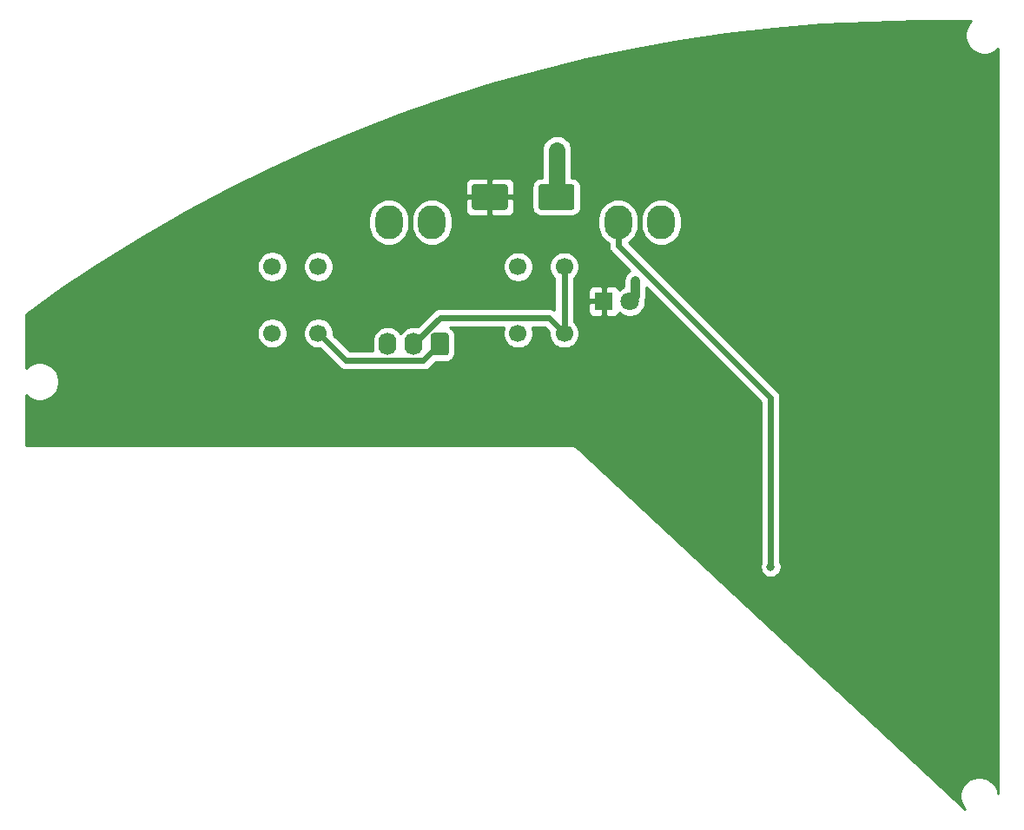
<source format=gbr>
%TF.GenerationSoftware,KiCad,Pcbnew,(5.1.12-1-10_14)*%
%TF.CreationDate,2021-11-28T14:02:16+11:00*%
%TF.ProjectId,ewi_v3,6577695f-7633-42e6-9b69-6361645f7063,rev?*%
%TF.SameCoordinates,Original*%
%TF.FileFunction,Copper,L2,Bot*%
%TF.FilePolarity,Positive*%
%FSLAX46Y46*%
G04 Gerber Fmt 4.6, Leading zero omitted, Abs format (unit mm)*
G04 Created by KiCad (PCBNEW (5.1.12-1-10_14)) date 2021-11-28 14:02:16*
%MOMM*%
%LPD*%
G01*
G04 APERTURE LIST*
%TA.AperFunction,ComponentPad*%
%ADD10C,1.700000*%
%TD*%
%TA.AperFunction,ComponentPad*%
%ADD11O,1.740000X2.190000*%
%TD*%
%TA.AperFunction,ComponentPad*%
%ADD12O,2.700000X3.300000*%
%TD*%
%TA.AperFunction,ComponentPad*%
%ADD13C,1.800000*%
%TD*%
%TA.AperFunction,ComponentPad*%
%ADD14R,1.800000X1.800000*%
%TD*%
%TA.AperFunction,ViaPad*%
%ADD15C,0.800000*%
%TD*%
%TA.AperFunction,Conductor*%
%ADD16C,1.625600*%
%TD*%
%TA.AperFunction,Conductor*%
%ADD17C,0.914400*%
%TD*%
%TA.AperFunction,Conductor*%
%ADD18C,0.609600*%
%TD*%
%TA.AperFunction,Conductor*%
%ADD19C,0.254000*%
%TD*%
%TA.AperFunction,Conductor*%
%ADD20C,0.100000*%
%TD*%
G04 APERTURE END LIST*
D10*
%TO.P,SW2,1*%
%TO.N,/MC_SW*%
X154749499Y-83492597D03*
%TO.P,SW2,2*%
X154749499Y-89992597D03*
%TO.P,SW2,3*%
%TO.N,GND*%
X150249499Y-83492597D03*
%TO.P,SW2,4*%
X150249499Y-89992597D03*
%TD*%
%TO.P,SW1,1*%
%TO.N,/FIRE_SW*%
X130784599Y-83479897D03*
%TO.P,SW1,2*%
X130784599Y-89979897D03*
%TO.P,SW1,3*%
%TO.N,GND*%
X126284599Y-83479897D03*
%TO.P,SW1,4*%
X126284599Y-89979897D03*
%TD*%
D11*
%TO.P,J3,3*%
%TO.N,GND*%
X137540999Y-91049097D03*
%TO.P,J3,2*%
%TO.N,/MC_SW*%
X140080999Y-91049097D03*
%TO.P,J3,1*%
%TO.N,/FIRE_SW*%
%TA.AperFunction,ComponentPad*%
G36*
G01*
X143490999Y-90204096D02*
X143490999Y-91894098D01*
G75*
G02*
X143241000Y-92144097I-249999J0D01*
G01*
X142000998Y-92144097D01*
G75*
G02*
X141750999Y-91894098I0J249999D01*
G01*
X141750999Y-90204096D01*
G75*
G02*
X142000998Y-89954097I249999J0D01*
G01*
X143241000Y-89954097D01*
G75*
G02*
X143490999Y-90204096I0J-249999D01*
G01*
G37*
%TD.AperFunction*%
%TD*%
D12*
%TO.P,J2,4*%
%TO.N,/DOUT*%
X160010999Y-79150097D03*
%TO.P,J2,3*%
%TO.N,GND*%
X164210999Y-79150097D03*
%TO.P,J2,2*%
%TO.N,+5V*%
X160010999Y-73650097D03*
%TO.P,J2,1*%
%TA.AperFunction,ComponentPad*%
G36*
G01*
X165560999Y-72250098D02*
X165560999Y-75050096D01*
G75*
G02*
X165310998Y-75300097I-250001J0D01*
G01*
X163111000Y-75300097D01*
G75*
G02*
X162860999Y-75050096I0J250001D01*
G01*
X162860999Y-72250098D01*
G75*
G02*
X163111000Y-72000097I250001J0D01*
G01*
X165310998Y-72000097D01*
G75*
G02*
X165560999Y-72250098I0J-250001D01*
G01*
G37*
%TD.AperFunction*%
%TD*%
%TO.P,J1,4*%
%TO.N,/DIN*%
X137658999Y-79150097D03*
%TO.P,J1,3*%
%TO.N,GND*%
X141858999Y-79150097D03*
%TO.P,J1,2*%
%TO.N,+5V*%
X137658999Y-73650097D03*
%TO.P,J1,1*%
%TA.AperFunction,ComponentPad*%
G36*
G01*
X143208999Y-72250098D02*
X143208999Y-75050096D01*
G75*
G02*
X142958998Y-75300097I-250001J0D01*
G01*
X140759000Y-75300097D01*
G75*
G02*
X140508999Y-75050096I0J250001D01*
G01*
X140508999Y-72250098D01*
G75*
G02*
X140759000Y-72000097I250001J0D01*
G01*
X142958998Y-72000097D01*
G75*
G02*
X143208999Y-72250098I0J-250001D01*
G01*
G37*
%TD.AperFunction*%
%TD*%
D13*
%TO.P,D1,2*%
%TO.N,Net-(D1-Pad2)*%
X161162999Y-86858097D03*
D14*
%TO.P,D1,1*%
%TO.N,+5V*%
X158622999Y-86858097D03*
%TD*%
%TO.P,C1,2*%
%TO.N,GND*%
%TA.AperFunction,SMDPad,CuDef*%
G36*
G01*
X152248999Y-77698097D02*
X152248999Y-75698097D01*
G75*
G02*
X152498999Y-75448097I250000J0D01*
G01*
X155498999Y-75448097D01*
G75*
G02*
X155748999Y-75698097I0J-250000D01*
G01*
X155748999Y-77698097D01*
G75*
G02*
X155498999Y-77948097I-250000J0D01*
G01*
X152498999Y-77948097D01*
G75*
G02*
X152248999Y-77698097I0J250000D01*
G01*
G37*
%TD.AperFunction*%
%TO.P,C1,1*%
%TO.N,+5V*%
%TA.AperFunction,SMDPad,CuDef*%
G36*
G01*
X145748999Y-77698097D02*
X145748999Y-75698097D01*
G75*
G02*
X145998999Y-75448097I250000J0D01*
G01*
X148998999Y-75448097D01*
G75*
G02*
X149248999Y-75698097I0J-250000D01*
G01*
X149248999Y-77698097D01*
G75*
G02*
X148998999Y-77948097I-250000J0D01*
G01*
X145998999Y-77948097D01*
G75*
G02*
X145748999Y-77698097I0J250000D01*
G01*
G37*
%TD.AperFunction*%
%TD*%
D15*
%TO.N,GND*%
X154050999Y-72126097D03*
X153998999Y-74210097D03*
X153998999Y-73194097D03*
%TO.N,+5V*%
X135635999Y-83810097D03*
X131571999Y-93335097D03*
X122173999Y-88001097D03*
X122300999Y-80381097D03*
X145795999Y-82159097D03*
X144716499Y-86794597D03*
X159511999Y-91493597D03*
X167258999Y-93208097D03*
X176148999Y-93208097D03*
X185038999Y-93208097D03*
X192658999Y-93208097D03*
X195198999Y-97018097D03*
X187578999Y-98288097D03*
X179958999Y-98288097D03*
X171068999Y-98288097D03*
X169163999Y-111623097D03*
X172973999Y-110353097D03*
X184403999Y-110988097D03*
X192658999Y-111623097D03*
X195198999Y-116068097D03*
X188213999Y-116068097D03*
X194690999Y-78984097D03*
X188340999Y-80000097D03*
X179450999Y-80254097D03*
X171068999Y-80254097D03*
X169544999Y-76952097D03*
X175640999Y-75682097D03*
X184276999Y-75428097D03*
X192912999Y-75428097D03*
%TO.N,Net-(D1-Pad2)*%
X161670999Y-84826097D03*
%TO.N,/DOUT*%
X174878999Y-112766085D03*
%TD*%
D16*
%TO.N,GND*%
X153998999Y-74210097D02*
X153998999Y-73194097D01*
X153998999Y-73194097D02*
X153998999Y-72178097D01*
X153998999Y-76698097D02*
X153998999Y-74210097D01*
X153998999Y-72178097D02*
X154050999Y-72126097D01*
D17*
%TO.N,Net-(D1-Pad2)*%
X161670999Y-86350097D02*
X161162999Y-86858097D01*
X161670999Y-84826097D02*
X161670999Y-86350097D01*
D18*
%TO.N,/DOUT*%
X160010999Y-79150097D02*
X160010999Y-81409697D01*
X160010999Y-81409697D02*
X174878999Y-96277697D01*
X174878999Y-96277697D02*
X174878999Y-112766085D01*
%TO.N,/MC_SW*%
X153248448Y-88483348D02*
X154753249Y-89988149D01*
X142646748Y-88483348D02*
X153248448Y-88483348D01*
X140080999Y-91049097D02*
X142646748Y-88483348D01*
X154749499Y-83492597D02*
X154749499Y-89992597D01*
%TO.N,/FIRE_SW*%
X141021189Y-92648907D02*
X133454007Y-92648907D01*
X133454007Y-92648907D02*
X130793249Y-89988149D01*
X142620999Y-91049097D02*
X141021189Y-92648907D01*
%TD*%
D19*
%TO.N,+5V*%
X194242824Y-59726633D02*
X194036533Y-60035369D01*
X193894438Y-60378417D01*
X193821999Y-60742595D01*
X193821999Y-61113907D01*
X193894438Y-61478085D01*
X194036533Y-61821133D01*
X194242824Y-62129869D01*
X194505381Y-62392426D01*
X194814117Y-62598717D01*
X195157165Y-62740812D01*
X195521343Y-62813251D01*
X195892655Y-62813251D01*
X196256833Y-62740812D01*
X196599881Y-62598717D01*
X196908617Y-62392426D01*
X197079000Y-62222043D01*
X197078999Y-134907304D01*
X197011560Y-134568263D01*
X196869465Y-134225215D01*
X196663174Y-133916479D01*
X196400617Y-133653922D01*
X196091881Y-133447631D01*
X195748833Y-133305536D01*
X195384655Y-133233097D01*
X195013343Y-133233097D01*
X194649165Y-133305536D01*
X194306117Y-133447631D01*
X193997381Y-133653922D01*
X193734824Y-133916479D01*
X193528533Y-134225215D01*
X193386438Y-134568263D01*
X193313999Y-134932441D01*
X193313999Y-135303753D01*
X193386438Y-135667931D01*
X193528533Y-136010979D01*
X193734824Y-136319715D01*
X193786856Y-136371747D01*
X156038633Y-101147390D01*
X156025225Y-101131052D01*
X155991202Y-101103130D01*
X155982854Y-101095340D01*
X155966172Y-101082588D01*
X155924727Y-101048575D01*
X155914581Y-101043152D01*
X155905446Y-101036169D01*
X155857346Y-101012559D01*
X155810070Y-100987290D01*
X155799060Y-100983950D01*
X155788739Y-100978884D01*
X155736965Y-100965113D01*
X155685660Y-100949550D01*
X155674210Y-100948422D01*
X155663099Y-100945467D01*
X155609629Y-100942062D01*
X155588696Y-100940000D01*
X155577257Y-100940000D01*
X155533354Y-100937204D01*
X155512416Y-100940000D01*
X102260000Y-100940000D01*
X102260000Y-95993404D01*
X102430382Y-96163786D01*
X102739118Y-96370077D01*
X103082166Y-96512172D01*
X103446344Y-96584611D01*
X103817656Y-96584611D01*
X104181834Y-96512172D01*
X104524882Y-96370077D01*
X104833618Y-96163786D01*
X105096175Y-95901229D01*
X105302466Y-95592493D01*
X105444561Y-95249445D01*
X105517000Y-94885267D01*
X105517000Y-94513955D01*
X105444561Y-94149777D01*
X105302466Y-93806729D01*
X105096175Y-93497993D01*
X104833618Y-93235436D01*
X104524882Y-93029145D01*
X104181834Y-92887050D01*
X103817656Y-92814611D01*
X103446344Y-92814611D01*
X103082166Y-92887050D01*
X102739118Y-93029145D01*
X102430382Y-93235436D01*
X102260000Y-93405818D01*
X102260000Y-89833637D01*
X124799599Y-89833637D01*
X124799599Y-90126157D01*
X124856667Y-90413055D01*
X124968609Y-90683308D01*
X125131124Y-90926529D01*
X125337967Y-91133372D01*
X125581188Y-91295887D01*
X125851441Y-91407829D01*
X126138339Y-91464897D01*
X126430859Y-91464897D01*
X126717757Y-91407829D01*
X126988010Y-91295887D01*
X127231231Y-91133372D01*
X127438074Y-90926529D01*
X127600589Y-90683308D01*
X127712531Y-90413055D01*
X127769599Y-90126157D01*
X127769599Y-89833637D01*
X129299599Y-89833637D01*
X129299599Y-90126157D01*
X129356667Y-90413055D01*
X129468609Y-90683308D01*
X129631124Y-90926529D01*
X129837967Y-91133372D01*
X130081188Y-91295887D01*
X130351441Y-91407829D01*
X130638339Y-91464897D01*
X130930859Y-91464897D01*
X130939251Y-91463228D01*
X132756820Y-93280797D01*
X132786253Y-93316661D01*
X132869201Y-93384735D01*
X132929355Y-93434103D01*
X133016622Y-93480748D01*
X133092621Y-93521370D01*
X133269774Y-93575109D01*
X133407840Y-93588707D01*
X133407849Y-93588707D01*
X133454006Y-93593253D01*
X133500163Y-93588707D01*
X140975032Y-93588707D01*
X141021189Y-93593253D01*
X141067346Y-93588707D01*
X141067356Y-93588707D01*
X141205422Y-93575109D01*
X141382575Y-93521370D01*
X141545840Y-93434103D01*
X141688943Y-93316661D01*
X141718380Y-93280792D01*
X142217003Y-92782169D01*
X143241000Y-92782169D01*
X143414254Y-92765105D01*
X143580850Y-92714569D01*
X143734386Y-92632502D01*
X143868961Y-92522059D01*
X143979404Y-92387484D01*
X144061471Y-92233948D01*
X144112007Y-92067352D01*
X144129071Y-91894098D01*
X144129071Y-90204096D01*
X144112007Y-90030842D01*
X144061471Y-89864246D01*
X143979404Y-89710710D01*
X143868961Y-89576135D01*
X143734386Y-89465692D01*
X143654792Y-89423148D01*
X148878020Y-89423148D01*
X148821567Y-89559439D01*
X148764499Y-89846337D01*
X148764499Y-90138857D01*
X148821567Y-90425755D01*
X148933509Y-90696008D01*
X149096024Y-90939229D01*
X149302867Y-91146072D01*
X149546088Y-91308587D01*
X149816341Y-91420529D01*
X150103239Y-91477597D01*
X150395759Y-91477597D01*
X150682657Y-91420529D01*
X150952910Y-91308587D01*
X151196131Y-91146072D01*
X151402974Y-90939229D01*
X151565489Y-90696008D01*
X151677431Y-90425755D01*
X151734499Y-90138857D01*
X151734499Y-89846337D01*
X151677431Y-89559439D01*
X151620978Y-89423148D01*
X152859172Y-89423148D01*
X153267462Y-89831439D01*
X153264499Y-89846337D01*
X153264499Y-90138857D01*
X153321567Y-90425755D01*
X153433509Y-90696008D01*
X153596024Y-90939229D01*
X153802867Y-91146072D01*
X154046088Y-91308587D01*
X154316341Y-91420529D01*
X154603239Y-91477597D01*
X154895759Y-91477597D01*
X155182657Y-91420529D01*
X155452910Y-91308587D01*
X155696131Y-91146072D01*
X155902974Y-90939229D01*
X156065489Y-90696008D01*
X156177431Y-90425755D01*
X156234499Y-90138857D01*
X156234499Y-89846337D01*
X156177431Y-89559439D01*
X156065489Y-89289186D01*
X155902974Y-89045965D01*
X155696131Y-88839122D01*
X155689299Y-88834557D01*
X155689299Y-87758097D01*
X157084927Y-87758097D01*
X157097187Y-87882579D01*
X157133497Y-88002277D01*
X157192462Y-88112591D01*
X157271814Y-88209282D01*
X157368505Y-88288634D01*
X157478819Y-88347599D01*
X157598517Y-88383909D01*
X157722999Y-88396169D01*
X158337249Y-88393097D01*
X158495999Y-88234347D01*
X158495999Y-86985097D01*
X157246749Y-86985097D01*
X157087999Y-87143847D01*
X157084927Y-87758097D01*
X155689299Y-87758097D01*
X155689299Y-85958097D01*
X157084927Y-85958097D01*
X157087999Y-86572347D01*
X157246749Y-86731097D01*
X158495999Y-86731097D01*
X158495999Y-85481847D01*
X158337249Y-85323097D01*
X157722999Y-85320025D01*
X157598517Y-85332285D01*
X157478819Y-85368595D01*
X157368505Y-85427560D01*
X157271814Y-85506912D01*
X157192462Y-85603603D01*
X157133497Y-85713917D01*
X157097187Y-85833615D01*
X157084927Y-85958097D01*
X155689299Y-85958097D01*
X155689299Y-84650637D01*
X155696131Y-84646072D01*
X155902974Y-84439229D01*
X156065489Y-84196008D01*
X156177431Y-83925755D01*
X156234499Y-83638857D01*
X156234499Y-83346337D01*
X156177431Y-83059439D01*
X156065489Y-82789186D01*
X155902974Y-82545965D01*
X155696131Y-82339122D01*
X155452910Y-82176607D01*
X155182657Y-82064665D01*
X154895759Y-82007597D01*
X154603239Y-82007597D01*
X154316341Y-82064665D01*
X154046088Y-82176607D01*
X153802867Y-82339122D01*
X153596024Y-82545965D01*
X153433509Y-82789186D01*
X153321567Y-83059439D01*
X153264499Y-83346337D01*
X153264499Y-83638857D01*
X153321567Y-83925755D01*
X153433509Y-84196008D01*
X153596024Y-84439229D01*
X153802867Y-84646072D01*
X153809699Y-84650637D01*
X153809700Y-87728189D01*
X153773099Y-87698152D01*
X153609834Y-87610885D01*
X153432681Y-87557146D01*
X153294615Y-87543548D01*
X153294605Y-87543548D01*
X153248448Y-87539002D01*
X153202291Y-87543548D01*
X142692904Y-87543548D01*
X142646747Y-87539002D01*
X142600590Y-87543548D01*
X142600581Y-87543548D01*
X142462515Y-87557146D01*
X142285362Y-87610885D01*
X142215751Y-87648093D01*
X142122096Y-87698152D01*
X142061942Y-87747520D01*
X141978994Y-87815594D01*
X141949561Y-87851458D01*
X140440569Y-89360451D01*
X140376031Y-89340873D01*
X140080999Y-89311815D01*
X139785968Y-89340873D01*
X139502275Y-89426931D01*
X139240821Y-89566680D01*
X139011654Y-89754752D01*
X138823582Y-89983918D01*
X138810999Y-90007459D01*
X138798416Y-89983918D01*
X138610344Y-89754752D01*
X138381178Y-89566680D01*
X138119724Y-89426931D01*
X137836031Y-89340873D01*
X137540999Y-89311815D01*
X137245968Y-89340873D01*
X136962275Y-89426931D01*
X136700821Y-89566680D01*
X136471654Y-89754752D01*
X136283582Y-89983918D01*
X136143833Y-90245372D01*
X136057775Y-90529065D01*
X136035999Y-90750161D01*
X136035999Y-91348032D01*
X136057775Y-91569128D01*
X136100237Y-91709107D01*
X133843284Y-91709107D01*
X132268062Y-90133885D01*
X132269599Y-90126157D01*
X132269599Y-89833637D01*
X132212531Y-89546739D01*
X132100589Y-89276486D01*
X131938074Y-89033265D01*
X131731231Y-88826422D01*
X131488010Y-88663907D01*
X131217757Y-88551965D01*
X130930859Y-88494897D01*
X130638339Y-88494897D01*
X130351441Y-88551965D01*
X130081188Y-88663907D01*
X129837967Y-88826422D01*
X129631124Y-89033265D01*
X129468609Y-89276486D01*
X129356667Y-89546739D01*
X129299599Y-89833637D01*
X127769599Y-89833637D01*
X127712531Y-89546739D01*
X127600589Y-89276486D01*
X127438074Y-89033265D01*
X127231231Y-88826422D01*
X126988010Y-88663907D01*
X126717757Y-88551965D01*
X126430859Y-88494897D01*
X126138339Y-88494897D01*
X125851441Y-88551965D01*
X125581188Y-88663907D01*
X125337967Y-88826422D01*
X125131124Y-89033265D01*
X124968609Y-89276486D01*
X124856667Y-89546739D01*
X124799599Y-89833637D01*
X102260000Y-89833637D01*
X102260000Y-88140145D01*
X105796496Y-85630346D01*
X109258198Y-83333637D01*
X124799599Y-83333637D01*
X124799599Y-83626157D01*
X124856667Y-83913055D01*
X124968609Y-84183308D01*
X125131124Y-84426529D01*
X125337967Y-84633372D01*
X125581188Y-84795887D01*
X125851441Y-84907829D01*
X126138339Y-84964897D01*
X126430859Y-84964897D01*
X126717757Y-84907829D01*
X126988010Y-84795887D01*
X127231231Y-84633372D01*
X127438074Y-84426529D01*
X127600589Y-84183308D01*
X127712531Y-83913055D01*
X127769599Y-83626157D01*
X127769599Y-83333637D01*
X129299599Y-83333637D01*
X129299599Y-83626157D01*
X129356667Y-83913055D01*
X129468609Y-84183308D01*
X129631124Y-84426529D01*
X129837967Y-84633372D01*
X130081188Y-84795887D01*
X130351441Y-84907829D01*
X130638339Y-84964897D01*
X130930859Y-84964897D01*
X131217757Y-84907829D01*
X131488010Y-84795887D01*
X131731231Y-84633372D01*
X131938074Y-84426529D01*
X132100589Y-84183308D01*
X132212531Y-83913055D01*
X132269599Y-83626157D01*
X132269599Y-83346337D01*
X148764499Y-83346337D01*
X148764499Y-83638857D01*
X148821567Y-83925755D01*
X148933509Y-84196008D01*
X149096024Y-84439229D01*
X149302867Y-84646072D01*
X149546088Y-84808587D01*
X149816341Y-84920529D01*
X150103239Y-84977597D01*
X150395759Y-84977597D01*
X150682657Y-84920529D01*
X150952910Y-84808587D01*
X151196131Y-84646072D01*
X151402974Y-84439229D01*
X151565489Y-84196008D01*
X151677431Y-83925755D01*
X151734499Y-83638857D01*
X151734499Y-83346337D01*
X151677431Y-83059439D01*
X151565489Y-82789186D01*
X151402974Y-82545965D01*
X151196131Y-82339122D01*
X150952910Y-82176607D01*
X150682657Y-82064665D01*
X150395759Y-82007597D01*
X150103239Y-82007597D01*
X149816341Y-82064665D01*
X149546088Y-82176607D01*
X149302867Y-82339122D01*
X149096024Y-82545965D01*
X148933509Y-82789186D01*
X148821567Y-83059439D01*
X148764499Y-83346337D01*
X132269599Y-83346337D01*
X132269599Y-83333637D01*
X132212531Y-83046739D01*
X132100589Y-82776486D01*
X131938074Y-82533265D01*
X131731231Y-82326422D01*
X131488010Y-82163907D01*
X131217757Y-82051965D01*
X130930859Y-81994897D01*
X130638339Y-81994897D01*
X130351441Y-82051965D01*
X130081188Y-82163907D01*
X129837967Y-82326422D01*
X129631124Y-82533265D01*
X129468609Y-82776486D01*
X129356667Y-83046739D01*
X129299599Y-83333637D01*
X127769599Y-83333637D01*
X127712531Y-83046739D01*
X127600589Y-82776486D01*
X127438074Y-82533265D01*
X127231231Y-82326422D01*
X126988010Y-82163907D01*
X126717757Y-82051965D01*
X126430859Y-81994897D01*
X126138339Y-81994897D01*
X125851441Y-82051965D01*
X125581188Y-82163907D01*
X125337967Y-82326422D01*
X125131124Y-82533265D01*
X124968609Y-82776486D01*
X124856667Y-83046739D01*
X124799599Y-83333637D01*
X109258198Y-83333637D01*
X109685492Y-83050144D01*
X113653641Y-80593355D01*
X116846735Y-78752587D01*
X135673999Y-78752587D01*
X135673999Y-79547606D01*
X135702721Y-79839224D01*
X135816225Y-80213398D01*
X136000546Y-80558240D01*
X136248601Y-80860495D01*
X136550856Y-81108550D01*
X136895697Y-81292871D01*
X137269871Y-81406375D01*
X137658999Y-81444701D01*
X138048126Y-81406375D01*
X138422300Y-81292871D01*
X138767142Y-81108550D01*
X139069397Y-80860495D01*
X139317452Y-80558240D01*
X139501773Y-80213399D01*
X139615277Y-79839225D01*
X139643999Y-79547607D01*
X139643999Y-78752588D01*
X139643999Y-78752587D01*
X139873999Y-78752587D01*
X139873999Y-79547606D01*
X139902721Y-79839224D01*
X140016225Y-80213398D01*
X140200546Y-80558240D01*
X140448601Y-80860495D01*
X140750856Y-81108550D01*
X141095697Y-81292871D01*
X141469871Y-81406375D01*
X141858999Y-81444701D01*
X142248126Y-81406375D01*
X142622300Y-81292871D01*
X142967142Y-81108550D01*
X143269397Y-80860495D01*
X143517452Y-80558240D01*
X143701773Y-80213399D01*
X143815277Y-79839225D01*
X143843999Y-79547607D01*
X143843999Y-78752588D01*
X143843999Y-78752587D01*
X158025999Y-78752587D01*
X158025999Y-79547606D01*
X158054721Y-79839224D01*
X158168225Y-80213398D01*
X158352546Y-80558240D01*
X158600601Y-80860495D01*
X158902856Y-81108550D01*
X159071200Y-81198532D01*
X159071200Y-81363530D01*
X159066653Y-81409697D01*
X159084798Y-81593930D01*
X159138537Y-81771083D01*
X159225803Y-81934348D01*
X159264303Y-81981259D01*
X159343246Y-82077451D01*
X159379110Y-82106884D01*
X161142421Y-83870196D01*
X161061270Y-83913572D01*
X160894961Y-84050059D01*
X160758474Y-84216368D01*
X160657056Y-84406109D01*
X160594603Y-84611989D01*
X160578799Y-84772449D01*
X160578799Y-85438609D01*
X160435904Y-85497798D01*
X160184494Y-85665785D01*
X160118055Y-85732224D01*
X160112501Y-85713917D01*
X160053536Y-85603603D01*
X159974184Y-85506912D01*
X159877493Y-85427560D01*
X159767179Y-85368595D01*
X159647481Y-85332285D01*
X159522999Y-85320025D01*
X158908749Y-85323097D01*
X158749999Y-85481847D01*
X158749999Y-86731097D01*
X158769999Y-86731097D01*
X158769999Y-86985097D01*
X158749999Y-86985097D01*
X158749999Y-88234347D01*
X158908749Y-88393097D01*
X159522999Y-88396169D01*
X159647481Y-88383909D01*
X159767179Y-88347599D01*
X159877493Y-88288634D01*
X159974184Y-88209282D01*
X160053536Y-88112591D01*
X160112501Y-88002277D01*
X160118055Y-87983970D01*
X160184494Y-88050409D01*
X160435904Y-88218396D01*
X160715256Y-88334108D01*
X161011815Y-88393097D01*
X161314183Y-88393097D01*
X161610742Y-88334108D01*
X161890094Y-88218396D01*
X162141504Y-88050409D01*
X162355311Y-87836602D01*
X162523298Y-87585192D01*
X162639010Y-87305840D01*
X162697999Y-87009281D01*
X162697999Y-86727043D01*
X162747395Y-86564206D01*
X162763199Y-86403746D01*
X162763199Y-86403737D01*
X162768482Y-86350098D01*
X162763199Y-86296459D01*
X162763199Y-85490973D01*
X173939199Y-96666975D01*
X173939200Y-112330375D01*
X173883773Y-112464187D01*
X173843999Y-112664146D01*
X173843999Y-112868024D01*
X173883773Y-113067983D01*
X173961794Y-113256341D01*
X174075062Y-113425859D01*
X174219225Y-113570022D01*
X174388743Y-113683290D01*
X174577101Y-113761311D01*
X174777060Y-113801085D01*
X174980938Y-113801085D01*
X175180897Y-113761311D01*
X175369255Y-113683290D01*
X175538773Y-113570022D01*
X175682936Y-113425859D01*
X175796204Y-113256341D01*
X175874225Y-113067983D01*
X175913999Y-112868024D01*
X175913999Y-112664146D01*
X175874225Y-112464187D01*
X175818799Y-112330378D01*
X175818799Y-96323853D01*
X175823345Y-96277696D01*
X175818799Y-96231539D01*
X175818799Y-96231530D01*
X175805201Y-96093464D01*
X175751462Y-95916311D01*
X175664195Y-95753046D01*
X175546753Y-95609943D01*
X175510895Y-95580515D01*
X161066869Y-81136491D01*
X161119142Y-81108550D01*
X161421397Y-80860495D01*
X161669452Y-80558240D01*
X161853773Y-80213399D01*
X161967277Y-79839225D01*
X161995999Y-79547607D01*
X161995999Y-78752588D01*
X161995999Y-78752587D01*
X162225999Y-78752587D01*
X162225999Y-79547606D01*
X162254721Y-79839224D01*
X162368225Y-80213398D01*
X162552546Y-80558240D01*
X162800601Y-80860495D01*
X163102856Y-81108550D01*
X163447697Y-81292871D01*
X163821871Y-81406375D01*
X164210999Y-81444701D01*
X164600126Y-81406375D01*
X164974300Y-81292871D01*
X165319142Y-81108550D01*
X165621397Y-80860495D01*
X165869452Y-80558240D01*
X166053773Y-80213399D01*
X166167277Y-79839225D01*
X166195999Y-79547607D01*
X166195999Y-78752588D01*
X166167277Y-78460970D01*
X166053773Y-78086795D01*
X165869452Y-77741954D01*
X165621397Y-77439699D01*
X165319142Y-77191644D01*
X164974301Y-77007323D01*
X164600127Y-76893819D01*
X164210999Y-76855493D01*
X163821872Y-76893819D01*
X163447698Y-77007323D01*
X163102857Y-77191644D01*
X162800602Y-77439699D01*
X162552546Y-77741954D01*
X162368225Y-78086795D01*
X162254721Y-78460969D01*
X162225999Y-78752587D01*
X161995999Y-78752587D01*
X161967277Y-78460970D01*
X161853773Y-78086795D01*
X161669452Y-77741954D01*
X161421397Y-77439699D01*
X161119142Y-77191644D01*
X160774301Y-77007323D01*
X160400127Y-76893819D01*
X160010999Y-76855493D01*
X159621872Y-76893819D01*
X159247698Y-77007323D01*
X158902857Y-77191644D01*
X158600602Y-77439699D01*
X158352546Y-77741954D01*
X158168225Y-78086795D01*
X158054721Y-78460969D01*
X158025999Y-78752587D01*
X143843999Y-78752587D01*
X143815277Y-78460970D01*
X143701773Y-78086795D01*
X143627638Y-77948097D01*
X145110927Y-77948097D01*
X145123187Y-78072579D01*
X145159497Y-78192277D01*
X145218462Y-78302591D01*
X145297814Y-78399282D01*
X145394505Y-78478634D01*
X145504819Y-78537599D01*
X145624517Y-78573909D01*
X145748999Y-78586169D01*
X147213249Y-78583097D01*
X147371999Y-78424347D01*
X147371999Y-76825097D01*
X147625999Y-76825097D01*
X147625999Y-78424347D01*
X147784749Y-78583097D01*
X149248999Y-78586169D01*
X149373481Y-78573909D01*
X149493179Y-78537599D01*
X149603493Y-78478634D01*
X149700184Y-78399282D01*
X149779536Y-78302591D01*
X149838501Y-78192277D01*
X149874811Y-78072579D01*
X149887071Y-77948097D01*
X149883999Y-76983847D01*
X149725249Y-76825097D01*
X147625999Y-76825097D01*
X147371999Y-76825097D01*
X145272749Y-76825097D01*
X145113999Y-76983847D01*
X145110927Y-77948097D01*
X143627638Y-77948097D01*
X143517452Y-77741954D01*
X143269397Y-77439699D01*
X142967142Y-77191644D01*
X142622301Y-77007323D01*
X142248127Y-76893819D01*
X141858999Y-76855493D01*
X141469872Y-76893819D01*
X141095698Y-77007323D01*
X140750857Y-77191644D01*
X140448602Y-77439699D01*
X140200546Y-77741954D01*
X140016225Y-78086795D01*
X139902721Y-78460969D01*
X139873999Y-78752587D01*
X139643999Y-78752587D01*
X139615277Y-78460970D01*
X139501773Y-78086795D01*
X139317452Y-77741954D01*
X139069397Y-77439699D01*
X138767142Y-77191644D01*
X138422301Y-77007323D01*
X138048127Y-76893819D01*
X137658999Y-76855493D01*
X137269872Y-76893819D01*
X136895698Y-77007323D01*
X136550857Y-77191644D01*
X136248602Y-77439699D01*
X136000546Y-77741954D01*
X135816225Y-78086795D01*
X135702721Y-78460969D01*
X135673999Y-78752587D01*
X116846735Y-78752587D01*
X117696984Y-78262432D01*
X121811586Y-76059644D01*
X123045551Y-75448097D01*
X145110927Y-75448097D01*
X145113999Y-76412347D01*
X145272749Y-76571097D01*
X147371999Y-76571097D01*
X147371999Y-74971847D01*
X147625999Y-74971847D01*
X147625999Y-76571097D01*
X149725249Y-76571097D01*
X149883999Y-76412347D01*
X149886274Y-75698097D01*
X151610927Y-75698097D01*
X151610927Y-77698097D01*
X151627991Y-77871351D01*
X151678527Y-78037947D01*
X151760594Y-78191483D01*
X151871037Y-78326059D01*
X152005613Y-78436502D01*
X152159149Y-78518569D01*
X152325745Y-78569105D01*
X152498999Y-78586169D01*
X155498999Y-78586169D01*
X155672253Y-78569105D01*
X155838849Y-78518569D01*
X155992385Y-78436502D01*
X156126961Y-78326059D01*
X156237404Y-78191483D01*
X156319471Y-78037947D01*
X156370007Y-77871351D01*
X156387071Y-77698097D01*
X156387071Y-75698097D01*
X156370007Y-75524843D01*
X156319471Y-75358247D01*
X156237404Y-75204711D01*
X156126961Y-75070135D01*
X155992385Y-74959692D01*
X155838849Y-74877625D01*
X155672253Y-74827089D01*
X155498999Y-74810025D01*
X155446799Y-74810025D01*
X155446799Y-72512274D01*
X155477849Y-72409915D01*
X155505803Y-72126098D01*
X155477849Y-71842279D01*
X155395063Y-71569368D01*
X155260624Y-71317851D01*
X155079701Y-71097395D01*
X154859245Y-70916472D01*
X154607728Y-70782033D01*
X154334817Y-70699247D01*
X154050998Y-70671293D01*
X153767181Y-70699247D01*
X153494270Y-70782033D01*
X153242753Y-70916472D01*
X153077541Y-71052058D01*
X153025538Y-71104060D01*
X152970298Y-71149395D01*
X152924965Y-71204633D01*
X152924959Y-71204639D01*
X152858567Y-71285538D01*
X152789373Y-71369851D01*
X152654934Y-71621367D01*
X152572148Y-71894279D01*
X152551199Y-72106975D01*
X152551199Y-72106985D01*
X152544195Y-72178097D01*
X152551199Y-72249209D01*
X152551199Y-74281218D01*
X152551200Y-74281228D01*
X152551200Y-74810025D01*
X152498999Y-74810025D01*
X152325745Y-74827089D01*
X152159149Y-74877625D01*
X152005613Y-74959692D01*
X151871037Y-75070135D01*
X151760594Y-75204711D01*
X151678527Y-75358247D01*
X151627991Y-75524843D01*
X151610927Y-75698097D01*
X149886274Y-75698097D01*
X149887071Y-75448097D01*
X149874811Y-75323615D01*
X149838501Y-75203917D01*
X149779536Y-75093603D01*
X149700184Y-74996912D01*
X149603493Y-74917560D01*
X149493179Y-74858595D01*
X149373481Y-74822285D01*
X149248999Y-74810025D01*
X147784749Y-74813097D01*
X147625999Y-74971847D01*
X147371999Y-74971847D01*
X147213249Y-74813097D01*
X145748999Y-74810025D01*
X145624517Y-74822285D01*
X145504819Y-74858595D01*
X145394505Y-74917560D01*
X145297814Y-74996912D01*
X145218462Y-75093603D01*
X145159497Y-75203917D01*
X145123187Y-75323615D01*
X145110927Y-75448097D01*
X123045551Y-75448097D01*
X125993301Y-73987207D01*
X130238051Y-72047145D01*
X134541686Y-70241353D01*
X138899907Y-68571638D01*
X143308382Y-67039655D01*
X147762870Y-65646882D01*
X152258863Y-64394727D01*
X156791989Y-63284407D01*
X161357739Y-62317029D01*
X165951624Y-61493540D01*
X170569103Y-60814755D01*
X175205626Y-60281345D01*
X179856623Y-59893832D01*
X184517512Y-59652602D01*
X189188091Y-59557804D01*
X189865641Y-59556250D01*
X194413207Y-59556250D01*
X194242824Y-59726633D01*
%TA.AperFunction,Conductor*%
D20*
G36*
X194242824Y-59726633D02*
G01*
X194036533Y-60035369D01*
X193894438Y-60378417D01*
X193821999Y-60742595D01*
X193821999Y-61113907D01*
X193894438Y-61478085D01*
X194036533Y-61821133D01*
X194242824Y-62129869D01*
X194505381Y-62392426D01*
X194814117Y-62598717D01*
X195157165Y-62740812D01*
X195521343Y-62813251D01*
X195892655Y-62813251D01*
X196256833Y-62740812D01*
X196599881Y-62598717D01*
X196908617Y-62392426D01*
X197079000Y-62222043D01*
X197078999Y-134907304D01*
X197011560Y-134568263D01*
X196869465Y-134225215D01*
X196663174Y-133916479D01*
X196400617Y-133653922D01*
X196091881Y-133447631D01*
X195748833Y-133305536D01*
X195384655Y-133233097D01*
X195013343Y-133233097D01*
X194649165Y-133305536D01*
X194306117Y-133447631D01*
X193997381Y-133653922D01*
X193734824Y-133916479D01*
X193528533Y-134225215D01*
X193386438Y-134568263D01*
X193313999Y-134932441D01*
X193313999Y-135303753D01*
X193386438Y-135667931D01*
X193528533Y-136010979D01*
X193734824Y-136319715D01*
X193786856Y-136371747D01*
X156038633Y-101147390D01*
X156025225Y-101131052D01*
X155991202Y-101103130D01*
X155982854Y-101095340D01*
X155966172Y-101082588D01*
X155924727Y-101048575D01*
X155914581Y-101043152D01*
X155905446Y-101036169D01*
X155857346Y-101012559D01*
X155810070Y-100987290D01*
X155799060Y-100983950D01*
X155788739Y-100978884D01*
X155736965Y-100965113D01*
X155685660Y-100949550D01*
X155674210Y-100948422D01*
X155663099Y-100945467D01*
X155609629Y-100942062D01*
X155588696Y-100940000D01*
X155577257Y-100940000D01*
X155533354Y-100937204D01*
X155512416Y-100940000D01*
X102260000Y-100940000D01*
X102260000Y-95993404D01*
X102430382Y-96163786D01*
X102739118Y-96370077D01*
X103082166Y-96512172D01*
X103446344Y-96584611D01*
X103817656Y-96584611D01*
X104181834Y-96512172D01*
X104524882Y-96370077D01*
X104833618Y-96163786D01*
X105096175Y-95901229D01*
X105302466Y-95592493D01*
X105444561Y-95249445D01*
X105517000Y-94885267D01*
X105517000Y-94513955D01*
X105444561Y-94149777D01*
X105302466Y-93806729D01*
X105096175Y-93497993D01*
X104833618Y-93235436D01*
X104524882Y-93029145D01*
X104181834Y-92887050D01*
X103817656Y-92814611D01*
X103446344Y-92814611D01*
X103082166Y-92887050D01*
X102739118Y-93029145D01*
X102430382Y-93235436D01*
X102260000Y-93405818D01*
X102260000Y-89833637D01*
X124799599Y-89833637D01*
X124799599Y-90126157D01*
X124856667Y-90413055D01*
X124968609Y-90683308D01*
X125131124Y-90926529D01*
X125337967Y-91133372D01*
X125581188Y-91295887D01*
X125851441Y-91407829D01*
X126138339Y-91464897D01*
X126430859Y-91464897D01*
X126717757Y-91407829D01*
X126988010Y-91295887D01*
X127231231Y-91133372D01*
X127438074Y-90926529D01*
X127600589Y-90683308D01*
X127712531Y-90413055D01*
X127769599Y-90126157D01*
X127769599Y-89833637D01*
X129299599Y-89833637D01*
X129299599Y-90126157D01*
X129356667Y-90413055D01*
X129468609Y-90683308D01*
X129631124Y-90926529D01*
X129837967Y-91133372D01*
X130081188Y-91295887D01*
X130351441Y-91407829D01*
X130638339Y-91464897D01*
X130930859Y-91464897D01*
X130939251Y-91463228D01*
X132756820Y-93280797D01*
X132786253Y-93316661D01*
X132869201Y-93384735D01*
X132929355Y-93434103D01*
X133016622Y-93480748D01*
X133092621Y-93521370D01*
X133269774Y-93575109D01*
X133407840Y-93588707D01*
X133407849Y-93588707D01*
X133454006Y-93593253D01*
X133500163Y-93588707D01*
X140975032Y-93588707D01*
X141021189Y-93593253D01*
X141067346Y-93588707D01*
X141067356Y-93588707D01*
X141205422Y-93575109D01*
X141382575Y-93521370D01*
X141545840Y-93434103D01*
X141688943Y-93316661D01*
X141718380Y-93280792D01*
X142217003Y-92782169D01*
X143241000Y-92782169D01*
X143414254Y-92765105D01*
X143580850Y-92714569D01*
X143734386Y-92632502D01*
X143868961Y-92522059D01*
X143979404Y-92387484D01*
X144061471Y-92233948D01*
X144112007Y-92067352D01*
X144129071Y-91894098D01*
X144129071Y-90204096D01*
X144112007Y-90030842D01*
X144061471Y-89864246D01*
X143979404Y-89710710D01*
X143868961Y-89576135D01*
X143734386Y-89465692D01*
X143654792Y-89423148D01*
X148878020Y-89423148D01*
X148821567Y-89559439D01*
X148764499Y-89846337D01*
X148764499Y-90138857D01*
X148821567Y-90425755D01*
X148933509Y-90696008D01*
X149096024Y-90939229D01*
X149302867Y-91146072D01*
X149546088Y-91308587D01*
X149816341Y-91420529D01*
X150103239Y-91477597D01*
X150395759Y-91477597D01*
X150682657Y-91420529D01*
X150952910Y-91308587D01*
X151196131Y-91146072D01*
X151402974Y-90939229D01*
X151565489Y-90696008D01*
X151677431Y-90425755D01*
X151734499Y-90138857D01*
X151734499Y-89846337D01*
X151677431Y-89559439D01*
X151620978Y-89423148D01*
X152859172Y-89423148D01*
X153267462Y-89831439D01*
X153264499Y-89846337D01*
X153264499Y-90138857D01*
X153321567Y-90425755D01*
X153433509Y-90696008D01*
X153596024Y-90939229D01*
X153802867Y-91146072D01*
X154046088Y-91308587D01*
X154316341Y-91420529D01*
X154603239Y-91477597D01*
X154895759Y-91477597D01*
X155182657Y-91420529D01*
X155452910Y-91308587D01*
X155696131Y-91146072D01*
X155902974Y-90939229D01*
X156065489Y-90696008D01*
X156177431Y-90425755D01*
X156234499Y-90138857D01*
X156234499Y-89846337D01*
X156177431Y-89559439D01*
X156065489Y-89289186D01*
X155902974Y-89045965D01*
X155696131Y-88839122D01*
X155689299Y-88834557D01*
X155689299Y-87758097D01*
X157084927Y-87758097D01*
X157097187Y-87882579D01*
X157133497Y-88002277D01*
X157192462Y-88112591D01*
X157271814Y-88209282D01*
X157368505Y-88288634D01*
X157478819Y-88347599D01*
X157598517Y-88383909D01*
X157722999Y-88396169D01*
X158337249Y-88393097D01*
X158495999Y-88234347D01*
X158495999Y-86985097D01*
X157246749Y-86985097D01*
X157087999Y-87143847D01*
X157084927Y-87758097D01*
X155689299Y-87758097D01*
X155689299Y-85958097D01*
X157084927Y-85958097D01*
X157087999Y-86572347D01*
X157246749Y-86731097D01*
X158495999Y-86731097D01*
X158495999Y-85481847D01*
X158337249Y-85323097D01*
X157722999Y-85320025D01*
X157598517Y-85332285D01*
X157478819Y-85368595D01*
X157368505Y-85427560D01*
X157271814Y-85506912D01*
X157192462Y-85603603D01*
X157133497Y-85713917D01*
X157097187Y-85833615D01*
X157084927Y-85958097D01*
X155689299Y-85958097D01*
X155689299Y-84650637D01*
X155696131Y-84646072D01*
X155902974Y-84439229D01*
X156065489Y-84196008D01*
X156177431Y-83925755D01*
X156234499Y-83638857D01*
X156234499Y-83346337D01*
X156177431Y-83059439D01*
X156065489Y-82789186D01*
X155902974Y-82545965D01*
X155696131Y-82339122D01*
X155452910Y-82176607D01*
X155182657Y-82064665D01*
X154895759Y-82007597D01*
X154603239Y-82007597D01*
X154316341Y-82064665D01*
X154046088Y-82176607D01*
X153802867Y-82339122D01*
X153596024Y-82545965D01*
X153433509Y-82789186D01*
X153321567Y-83059439D01*
X153264499Y-83346337D01*
X153264499Y-83638857D01*
X153321567Y-83925755D01*
X153433509Y-84196008D01*
X153596024Y-84439229D01*
X153802867Y-84646072D01*
X153809699Y-84650637D01*
X153809700Y-87728189D01*
X153773099Y-87698152D01*
X153609834Y-87610885D01*
X153432681Y-87557146D01*
X153294615Y-87543548D01*
X153294605Y-87543548D01*
X153248448Y-87539002D01*
X153202291Y-87543548D01*
X142692904Y-87543548D01*
X142646747Y-87539002D01*
X142600590Y-87543548D01*
X142600581Y-87543548D01*
X142462515Y-87557146D01*
X142285362Y-87610885D01*
X142215751Y-87648093D01*
X142122096Y-87698152D01*
X142061942Y-87747520D01*
X141978994Y-87815594D01*
X141949561Y-87851458D01*
X140440569Y-89360451D01*
X140376031Y-89340873D01*
X140080999Y-89311815D01*
X139785968Y-89340873D01*
X139502275Y-89426931D01*
X139240821Y-89566680D01*
X139011654Y-89754752D01*
X138823582Y-89983918D01*
X138810999Y-90007459D01*
X138798416Y-89983918D01*
X138610344Y-89754752D01*
X138381178Y-89566680D01*
X138119724Y-89426931D01*
X137836031Y-89340873D01*
X137540999Y-89311815D01*
X137245968Y-89340873D01*
X136962275Y-89426931D01*
X136700821Y-89566680D01*
X136471654Y-89754752D01*
X136283582Y-89983918D01*
X136143833Y-90245372D01*
X136057775Y-90529065D01*
X136035999Y-90750161D01*
X136035999Y-91348032D01*
X136057775Y-91569128D01*
X136100237Y-91709107D01*
X133843284Y-91709107D01*
X132268062Y-90133885D01*
X132269599Y-90126157D01*
X132269599Y-89833637D01*
X132212531Y-89546739D01*
X132100589Y-89276486D01*
X131938074Y-89033265D01*
X131731231Y-88826422D01*
X131488010Y-88663907D01*
X131217757Y-88551965D01*
X130930859Y-88494897D01*
X130638339Y-88494897D01*
X130351441Y-88551965D01*
X130081188Y-88663907D01*
X129837967Y-88826422D01*
X129631124Y-89033265D01*
X129468609Y-89276486D01*
X129356667Y-89546739D01*
X129299599Y-89833637D01*
X127769599Y-89833637D01*
X127712531Y-89546739D01*
X127600589Y-89276486D01*
X127438074Y-89033265D01*
X127231231Y-88826422D01*
X126988010Y-88663907D01*
X126717757Y-88551965D01*
X126430859Y-88494897D01*
X126138339Y-88494897D01*
X125851441Y-88551965D01*
X125581188Y-88663907D01*
X125337967Y-88826422D01*
X125131124Y-89033265D01*
X124968609Y-89276486D01*
X124856667Y-89546739D01*
X124799599Y-89833637D01*
X102260000Y-89833637D01*
X102260000Y-88140145D01*
X105796496Y-85630346D01*
X109258198Y-83333637D01*
X124799599Y-83333637D01*
X124799599Y-83626157D01*
X124856667Y-83913055D01*
X124968609Y-84183308D01*
X125131124Y-84426529D01*
X125337967Y-84633372D01*
X125581188Y-84795887D01*
X125851441Y-84907829D01*
X126138339Y-84964897D01*
X126430859Y-84964897D01*
X126717757Y-84907829D01*
X126988010Y-84795887D01*
X127231231Y-84633372D01*
X127438074Y-84426529D01*
X127600589Y-84183308D01*
X127712531Y-83913055D01*
X127769599Y-83626157D01*
X127769599Y-83333637D01*
X129299599Y-83333637D01*
X129299599Y-83626157D01*
X129356667Y-83913055D01*
X129468609Y-84183308D01*
X129631124Y-84426529D01*
X129837967Y-84633372D01*
X130081188Y-84795887D01*
X130351441Y-84907829D01*
X130638339Y-84964897D01*
X130930859Y-84964897D01*
X131217757Y-84907829D01*
X131488010Y-84795887D01*
X131731231Y-84633372D01*
X131938074Y-84426529D01*
X132100589Y-84183308D01*
X132212531Y-83913055D01*
X132269599Y-83626157D01*
X132269599Y-83346337D01*
X148764499Y-83346337D01*
X148764499Y-83638857D01*
X148821567Y-83925755D01*
X148933509Y-84196008D01*
X149096024Y-84439229D01*
X149302867Y-84646072D01*
X149546088Y-84808587D01*
X149816341Y-84920529D01*
X150103239Y-84977597D01*
X150395759Y-84977597D01*
X150682657Y-84920529D01*
X150952910Y-84808587D01*
X151196131Y-84646072D01*
X151402974Y-84439229D01*
X151565489Y-84196008D01*
X151677431Y-83925755D01*
X151734499Y-83638857D01*
X151734499Y-83346337D01*
X151677431Y-83059439D01*
X151565489Y-82789186D01*
X151402974Y-82545965D01*
X151196131Y-82339122D01*
X150952910Y-82176607D01*
X150682657Y-82064665D01*
X150395759Y-82007597D01*
X150103239Y-82007597D01*
X149816341Y-82064665D01*
X149546088Y-82176607D01*
X149302867Y-82339122D01*
X149096024Y-82545965D01*
X148933509Y-82789186D01*
X148821567Y-83059439D01*
X148764499Y-83346337D01*
X132269599Y-83346337D01*
X132269599Y-83333637D01*
X132212531Y-83046739D01*
X132100589Y-82776486D01*
X131938074Y-82533265D01*
X131731231Y-82326422D01*
X131488010Y-82163907D01*
X131217757Y-82051965D01*
X130930859Y-81994897D01*
X130638339Y-81994897D01*
X130351441Y-82051965D01*
X130081188Y-82163907D01*
X129837967Y-82326422D01*
X129631124Y-82533265D01*
X129468609Y-82776486D01*
X129356667Y-83046739D01*
X129299599Y-83333637D01*
X127769599Y-83333637D01*
X127712531Y-83046739D01*
X127600589Y-82776486D01*
X127438074Y-82533265D01*
X127231231Y-82326422D01*
X126988010Y-82163907D01*
X126717757Y-82051965D01*
X126430859Y-81994897D01*
X126138339Y-81994897D01*
X125851441Y-82051965D01*
X125581188Y-82163907D01*
X125337967Y-82326422D01*
X125131124Y-82533265D01*
X124968609Y-82776486D01*
X124856667Y-83046739D01*
X124799599Y-83333637D01*
X109258198Y-83333637D01*
X109685492Y-83050144D01*
X113653641Y-80593355D01*
X116846735Y-78752587D01*
X135673999Y-78752587D01*
X135673999Y-79547606D01*
X135702721Y-79839224D01*
X135816225Y-80213398D01*
X136000546Y-80558240D01*
X136248601Y-80860495D01*
X136550856Y-81108550D01*
X136895697Y-81292871D01*
X137269871Y-81406375D01*
X137658999Y-81444701D01*
X138048126Y-81406375D01*
X138422300Y-81292871D01*
X138767142Y-81108550D01*
X139069397Y-80860495D01*
X139317452Y-80558240D01*
X139501773Y-80213399D01*
X139615277Y-79839225D01*
X139643999Y-79547607D01*
X139643999Y-78752588D01*
X139643999Y-78752587D01*
X139873999Y-78752587D01*
X139873999Y-79547606D01*
X139902721Y-79839224D01*
X140016225Y-80213398D01*
X140200546Y-80558240D01*
X140448601Y-80860495D01*
X140750856Y-81108550D01*
X141095697Y-81292871D01*
X141469871Y-81406375D01*
X141858999Y-81444701D01*
X142248126Y-81406375D01*
X142622300Y-81292871D01*
X142967142Y-81108550D01*
X143269397Y-80860495D01*
X143517452Y-80558240D01*
X143701773Y-80213399D01*
X143815277Y-79839225D01*
X143843999Y-79547607D01*
X143843999Y-78752588D01*
X143843999Y-78752587D01*
X158025999Y-78752587D01*
X158025999Y-79547606D01*
X158054721Y-79839224D01*
X158168225Y-80213398D01*
X158352546Y-80558240D01*
X158600601Y-80860495D01*
X158902856Y-81108550D01*
X159071200Y-81198532D01*
X159071200Y-81363530D01*
X159066653Y-81409697D01*
X159084798Y-81593930D01*
X159138537Y-81771083D01*
X159225803Y-81934348D01*
X159264303Y-81981259D01*
X159343246Y-82077451D01*
X159379110Y-82106884D01*
X161142421Y-83870196D01*
X161061270Y-83913572D01*
X160894961Y-84050059D01*
X160758474Y-84216368D01*
X160657056Y-84406109D01*
X160594603Y-84611989D01*
X160578799Y-84772449D01*
X160578799Y-85438609D01*
X160435904Y-85497798D01*
X160184494Y-85665785D01*
X160118055Y-85732224D01*
X160112501Y-85713917D01*
X160053536Y-85603603D01*
X159974184Y-85506912D01*
X159877493Y-85427560D01*
X159767179Y-85368595D01*
X159647481Y-85332285D01*
X159522999Y-85320025D01*
X158908749Y-85323097D01*
X158749999Y-85481847D01*
X158749999Y-86731097D01*
X158769999Y-86731097D01*
X158769999Y-86985097D01*
X158749999Y-86985097D01*
X158749999Y-88234347D01*
X158908749Y-88393097D01*
X159522999Y-88396169D01*
X159647481Y-88383909D01*
X159767179Y-88347599D01*
X159877493Y-88288634D01*
X159974184Y-88209282D01*
X160053536Y-88112591D01*
X160112501Y-88002277D01*
X160118055Y-87983970D01*
X160184494Y-88050409D01*
X160435904Y-88218396D01*
X160715256Y-88334108D01*
X161011815Y-88393097D01*
X161314183Y-88393097D01*
X161610742Y-88334108D01*
X161890094Y-88218396D01*
X162141504Y-88050409D01*
X162355311Y-87836602D01*
X162523298Y-87585192D01*
X162639010Y-87305840D01*
X162697999Y-87009281D01*
X162697999Y-86727043D01*
X162747395Y-86564206D01*
X162763199Y-86403746D01*
X162763199Y-86403737D01*
X162768482Y-86350098D01*
X162763199Y-86296459D01*
X162763199Y-85490973D01*
X173939199Y-96666975D01*
X173939200Y-112330375D01*
X173883773Y-112464187D01*
X173843999Y-112664146D01*
X173843999Y-112868024D01*
X173883773Y-113067983D01*
X173961794Y-113256341D01*
X174075062Y-113425859D01*
X174219225Y-113570022D01*
X174388743Y-113683290D01*
X174577101Y-113761311D01*
X174777060Y-113801085D01*
X174980938Y-113801085D01*
X175180897Y-113761311D01*
X175369255Y-113683290D01*
X175538773Y-113570022D01*
X175682936Y-113425859D01*
X175796204Y-113256341D01*
X175874225Y-113067983D01*
X175913999Y-112868024D01*
X175913999Y-112664146D01*
X175874225Y-112464187D01*
X175818799Y-112330378D01*
X175818799Y-96323853D01*
X175823345Y-96277696D01*
X175818799Y-96231539D01*
X175818799Y-96231530D01*
X175805201Y-96093464D01*
X175751462Y-95916311D01*
X175664195Y-95753046D01*
X175546753Y-95609943D01*
X175510895Y-95580515D01*
X161066869Y-81136491D01*
X161119142Y-81108550D01*
X161421397Y-80860495D01*
X161669452Y-80558240D01*
X161853773Y-80213399D01*
X161967277Y-79839225D01*
X161995999Y-79547607D01*
X161995999Y-78752588D01*
X161995999Y-78752587D01*
X162225999Y-78752587D01*
X162225999Y-79547606D01*
X162254721Y-79839224D01*
X162368225Y-80213398D01*
X162552546Y-80558240D01*
X162800601Y-80860495D01*
X163102856Y-81108550D01*
X163447697Y-81292871D01*
X163821871Y-81406375D01*
X164210999Y-81444701D01*
X164600126Y-81406375D01*
X164974300Y-81292871D01*
X165319142Y-81108550D01*
X165621397Y-80860495D01*
X165869452Y-80558240D01*
X166053773Y-80213399D01*
X166167277Y-79839225D01*
X166195999Y-79547607D01*
X166195999Y-78752588D01*
X166167277Y-78460970D01*
X166053773Y-78086795D01*
X165869452Y-77741954D01*
X165621397Y-77439699D01*
X165319142Y-77191644D01*
X164974301Y-77007323D01*
X164600127Y-76893819D01*
X164210999Y-76855493D01*
X163821872Y-76893819D01*
X163447698Y-77007323D01*
X163102857Y-77191644D01*
X162800602Y-77439699D01*
X162552546Y-77741954D01*
X162368225Y-78086795D01*
X162254721Y-78460969D01*
X162225999Y-78752587D01*
X161995999Y-78752587D01*
X161967277Y-78460970D01*
X161853773Y-78086795D01*
X161669452Y-77741954D01*
X161421397Y-77439699D01*
X161119142Y-77191644D01*
X160774301Y-77007323D01*
X160400127Y-76893819D01*
X160010999Y-76855493D01*
X159621872Y-76893819D01*
X159247698Y-77007323D01*
X158902857Y-77191644D01*
X158600602Y-77439699D01*
X158352546Y-77741954D01*
X158168225Y-78086795D01*
X158054721Y-78460969D01*
X158025999Y-78752587D01*
X143843999Y-78752587D01*
X143815277Y-78460970D01*
X143701773Y-78086795D01*
X143627638Y-77948097D01*
X145110927Y-77948097D01*
X145123187Y-78072579D01*
X145159497Y-78192277D01*
X145218462Y-78302591D01*
X145297814Y-78399282D01*
X145394505Y-78478634D01*
X145504819Y-78537599D01*
X145624517Y-78573909D01*
X145748999Y-78586169D01*
X147213249Y-78583097D01*
X147371999Y-78424347D01*
X147371999Y-76825097D01*
X147625999Y-76825097D01*
X147625999Y-78424347D01*
X147784749Y-78583097D01*
X149248999Y-78586169D01*
X149373481Y-78573909D01*
X149493179Y-78537599D01*
X149603493Y-78478634D01*
X149700184Y-78399282D01*
X149779536Y-78302591D01*
X149838501Y-78192277D01*
X149874811Y-78072579D01*
X149887071Y-77948097D01*
X149883999Y-76983847D01*
X149725249Y-76825097D01*
X147625999Y-76825097D01*
X147371999Y-76825097D01*
X145272749Y-76825097D01*
X145113999Y-76983847D01*
X145110927Y-77948097D01*
X143627638Y-77948097D01*
X143517452Y-77741954D01*
X143269397Y-77439699D01*
X142967142Y-77191644D01*
X142622301Y-77007323D01*
X142248127Y-76893819D01*
X141858999Y-76855493D01*
X141469872Y-76893819D01*
X141095698Y-77007323D01*
X140750857Y-77191644D01*
X140448602Y-77439699D01*
X140200546Y-77741954D01*
X140016225Y-78086795D01*
X139902721Y-78460969D01*
X139873999Y-78752587D01*
X139643999Y-78752587D01*
X139615277Y-78460970D01*
X139501773Y-78086795D01*
X139317452Y-77741954D01*
X139069397Y-77439699D01*
X138767142Y-77191644D01*
X138422301Y-77007323D01*
X138048127Y-76893819D01*
X137658999Y-76855493D01*
X137269872Y-76893819D01*
X136895698Y-77007323D01*
X136550857Y-77191644D01*
X136248602Y-77439699D01*
X136000546Y-77741954D01*
X135816225Y-78086795D01*
X135702721Y-78460969D01*
X135673999Y-78752587D01*
X116846735Y-78752587D01*
X117696984Y-78262432D01*
X121811586Y-76059644D01*
X123045551Y-75448097D01*
X145110927Y-75448097D01*
X145113999Y-76412347D01*
X145272749Y-76571097D01*
X147371999Y-76571097D01*
X147371999Y-74971847D01*
X147625999Y-74971847D01*
X147625999Y-76571097D01*
X149725249Y-76571097D01*
X149883999Y-76412347D01*
X149886274Y-75698097D01*
X151610927Y-75698097D01*
X151610927Y-77698097D01*
X151627991Y-77871351D01*
X151678527Y-78037947D01*
X151760594Y-78191483D01*
X151871037Y-78326059D01*
X152005613Y-78436502D01*
X152159149Y-78518569D01*
X152325745Y-78569105D01*
X152498999Y-78586169D01*
X155498999Y-78586169D01*
X155672253Y-78569105D01*
X155838849Y-78518569D01*
X155992385Y-78436502D01*
X156126961Y-78326059D01*
X156237404Y-78191483D01*
X156319471Y-78037947D01*
X156370007Y-77871351D01*
X156387071Y-77698097D01*
X156387071Y-75698097D01*
X156370007Y-75524843D01*
X156319471Y-75358247D01*
X156237404Y-75204711D01*
X156126961Y-75070135D01*
X155992385Y-74959692D01*
X155838849Y-74877625D01*
X155672253Y-74827089D01*
X155498999Y-74810025D01*
X155446799Y-74810025D01*
X155446799Y-72512274D01*
X155477849Y-72409915D01*
X155505803Y-72126098D01*
X155477849Y-71842279D01*
X155395063Y-71569368D01*
X155260624Y-71317851D01*
X155079701Y-71097395D01*
X154859245Y-70916472D01*
X154607728Y-70782033D01*
X154334817Y-70699247D01*
X154050998Y-70671293D01*
X153767181Y-70699247D01*
X153494270Y-70782033D01*
X153242753Y-70916472D01*
X153077541Y-71052058D01*
X153025538Y-71104060D01*
X152970298Y-71149395D01*
X152924965Y-71204633D01*
X152924959Y-71204639D01*
X152858567Y-71285538D01*
X152789373Y-71369851D01*
X152654934Y-71621367D01*
X152572148Y-71894279D01*
X152551199Y-72106975D01*
X152551199Y-72106985D01*
X152544195Y-72178097D01*
X152551199Y-72249209D01*
X152551199Y-74281218D01*
X152551200Y-74281228D01*
X152551200Y-74810025D01*
X152498999Y-74810025D01*
X152325745Y-74827089D01*
X152159149Y-74877625D01*
X152005613Y-74959692D01*
X151871037Y-75070135D01*
X151760594Y-75204711D01*
X151678527Y-75358247D01*
X151627991Y-75524843D01*
X151610927Y-75698097D01*
X149886274Y-75698097D01*
X149887071Y-75448097D01*
X149874811Y-75323615D01*
X149838501Y-75203917D01*
X149779536Y-75093603D01*
X149700184Y-74996912D01*
X149603493Y-74917560D01*
X149493179Y-74858595D01*
X149373481Y-74822285D01*
X149248999Y-74810025D01*
X147784749Y-74813097D01*
X147625999Y-74971847D01*
X147371999Y-74971847D01*
X147213249Y-74813097D01*
X145748999Y-74810025D01*
X145624517Y-74822285D01*
X145504819Y-74858595D01*
X145394505Y-74917560D01*
X145297814Y-74996912D01*
X145218462Y-75093603D01*
X145159497Y-75203917D01*
X145123187Y-75323615D01*
X145110927Y-75448097D01*
X123045551Y-75448097D01*
X125993301Y-73987207D01*
X130238051Y-72047145D01*
X134541686Y-70241353D01*
X138899907Y-68571638D01*
X143308382Y-67039655D01*
X147762870Y-65646882D01*
X152258863Y-64394727D01*
X156791989Y-63284407D01*
X161357739Y-62317029D01*
X165951624Y-61493540D01*
X170569103Y-60814755D01*
X175205626Y-60281345D01*
X179856623Y-59893832D01*
X184517512Y-59652602D01*
X189188091Y-59557804D01*
X189865641Y-59556250D01*
X194413207Y-59556250D01*
X194242824Y-59726633D01*
G37*
%TD.AperFunction*%
%TD*%
M02*

</source>
